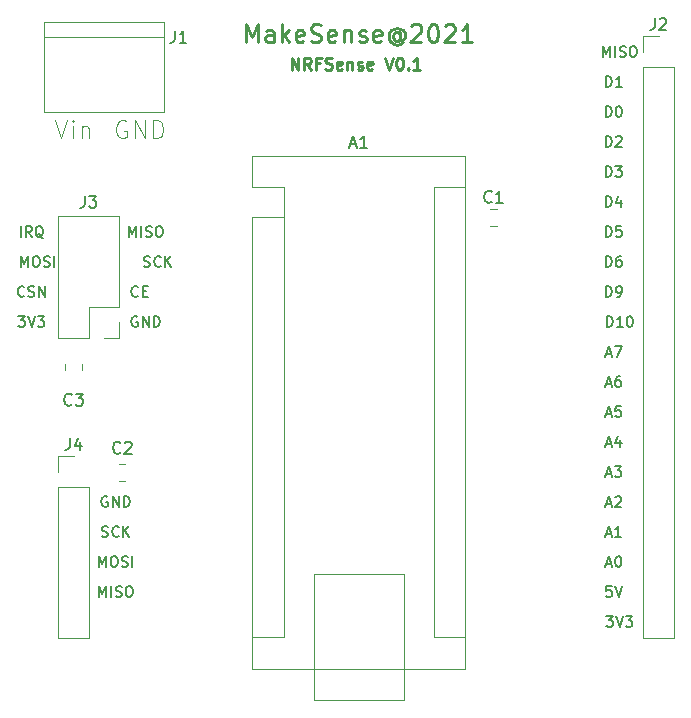
<source format=gbr>
%TF.GenerationSoftware,KiCad,Pcbnew,(5.1.10)-1*%
%TF.CreationDate,2021-07-29T09:59:01+03:00*%
%TF.ProjectId,YevgeniK,59657667-656e-4694-9b2e-6b696361645f,rev?*%
%TF.SameCoordinates,Original*%
%TF.FileFunction,Legend,Top*%
%TF.FilePolarity,Positive*%
%FSLAX46Y46*%
G04 Gerber Fmt 4.6, Leading zero omitted, Abs format (unit mm)*
G04 Created by KiCad (PCBNEW (5.1.10)-1) date 2021-07-29 09:59:01*
%MOMM*%
%LPD*%
G01*
G04 APERTURE LIST*
%ADD10C,0.120000*%
%ADD11C,0.200000*%
%ADD12C,0.100000*%
%ADD13C,0.250000*%
%ADD14C,0.150000*%
G04 APERTURE END LIST*
D10*
X170180000Y-131064000D02*
X162560000Y-131064000D01*
X170180000Y-120396000D02*
X170180000Y-131064000D01*
X162560000Y-120396000D02*
X170180000Y-120396000D01*
X162560000Y-131064000D02*
X162560000Y-120396000D01*
D11*
X187353714Y-123967142D02*
X187910857Y-123967142D01*
X187610857Y-124310000D01*
X187739428Y-124310000D01*
X187825142Y-124352857D01*
X187868000Y-124395714D01*
X187910857Y-124481428D01*
X187910857Y-124695714D01*
X187868000Y-124781428D01*
X187825142Y-124824285D01*
X187739428Y-124867142D01*
X187482285Y-124867142D01*
X187396571Y-124824285D01*
X187353714Y-124781428D01*
X188168000Y-123967142D02*
X188468000Y-124867142D01*
X188768000Y-123967142D01*
X188982285Y-123967142D02*
X189539428Y-123967142D01*
X189239428Y-124310000D01*
X189368000Y-124310000D01*
X189453714Y-124352857D01*
X189496571Y-124395714D01*
X189539428Y-124481428D01*
X189539428Y-124695714D01*
X189496571Y-124781428D01*
X189453714Y-124824285D01*
X189368000Y-124867142D01*
X189110857Y-124867142D01*
X189025142Y-124824285D01*
X188982285Y-124781428D01*
X187788571Y-121427142D02*
X187360000Y-121427142D01*
X187317142Y-121855714D01*
X187360000Y-121812857D01*
X187445714Y-121770000D01*
X187660000Y-121770000D01*
X187745714Y-121812857D01*
X187788571Y-121855714D01*
X187831428Y-121941428D01*
X187831428Y-122155714D01*
X187788571Y-122241428D01*
X187745714Y-122284285D01*
X187660000Y-122327142D01*
X187445714Y-122327142D01*
X187360000Y-122284285D01*
X187317142Y-122241428D01*
X188088571Y-121427142D02*
X188388571Y-122327142D01*
X188688571Y-121427142D01*
X187317142Y-119530000D02*
X187745714Y-119530000D01*
X187231428Y-119787142D02*
X187531428Y-118887142D01*
X187831428Y-119787142D01*
X188302857Y-118887142D02*
X188388571Y-118887142D01*
X188474285Y-118930000D01*
X188517142Y-118972857D01*
X188560000Y-119058571D01*
X188602857Y-119230000D01*
X188602857Y-119444285D01*
X188560000Y-119615714D01*
X188517142Y-119701428D01*
X188474285Y-119744285D01*
X188388571Y-119787142D01*
X188302857Y-119787142D01*
X188217142Y-119744285D01*
X188174285Y-119701428D01*
X188131428Y-119615714D01*
X188088571Y-119444285D01*
X188088571Y-119230000D01*
X188131428Y-119058571D01*
X188174285Y-118972857D01*
X188217142Y-118930000D01*
X188302857Y-118887142D01*
X187317142Y-116990000D02*
X187745714Y-116990000D01*
X187231428Y-117247142D02*
X187531428Y-116347142D01*
X187831428Y-117247142D01*
X188602857Y-117247142D02*
X188088571Y-117247142D01*
X188345714Y-117247142D02*
X188345714Y-116347142D01*
X188260000Y-116475714D01*
X188174285Y-116561428D01*
X188088571Y-116604285D01*
X187317142Y-114450000D02*
X187745714Y-114450000D01*
X187231428Y-114707142D02*
X187531428Y-113807142D01*
X187831428Y-114707142D01*
X188088571Y-113892857D02*
X188131428Y-113850000D01*
X188217142Y-113807142D01*
X188431428Y-113807142D01*
X188517142Y-113850000D01*
X188560000Y-113892857D01*
X188602857Y-113978571D01*
X188602857Y-114064285D01*
X188560000Y-114192857D01*
X188045714Y-114707142D01*
X188602857Y-114707142D01*
X187317142Y-111910000D02*
X187745714Y-111910000D01*
X187231428Y-112167142D02*
X187531428Y-111267142D01*
X187831428Y-112167142D01*
X188045714Y-111267142D02*
X188602857Y-111267142D01*
X188302857Y-111610000D01*
X188431428Y-111610000D01*
X188517142Y-111652857D01*
X188560000Y-111695714D01*
X188602857Y-111781428D01*
X188602857Y-111995714D01*
X188560000Y-112081428D01*
X188517142Y-112124285D01*
X188431428Y-112167142D01*
X188174285Y-112167142D01*
X188088571Y-112124285D01*
X188045714Y-112081428D01*
X187317142Y-109370000D02*
X187745714Y-109370000D01*
X187231428Y-109627142D02*
X187531428Y-108727142D01*
X187831428Y-109627142D01*
X188517142Y-109027142D02*
X188517142Y-109627142D01*
X188302857Y-108684285D02*
X188088571Y-109327142D01*
X188645714Y-109327142D01*
X187317142Y-106830000D02*
X187745714Y-106830000D01*
X187231428Y-107087142D02*
X187531428Y-106187142D01*
X187831428Y-107087142D01*
X188560000Y-106187142D02*
X188131428Y-106187142D01*
X188088571Y-106615714D01*
X188131428Y-106572857D01*
X188217142Y-106530000D01*
X188431428Y-106530000D01*
X188517142Y-106572857D01*
X188560000Y-106615714D01*
X188602857Y-106701428D01*
X188602857Y-106915714D01*
X188560000Y-107001428D01*
X188517142Y-107044285D01*
X188431428Y-107087142D01*
X188217142Y-107087142D01*
X188131428Y-107044285D01*
X188088571Y-107001428D01*
X187317142Y-104290000D02*
X187745714Y-104290000D01*
X187231428Y-104547142D02*
X187531428Y-103647142D01*
X187831428Y-104547142D01*
X188517142Y-103647142D02*
X188345714Y-103647142D01*
X188260000Y-103690000D01*
X188217142Y-103732857D01*
X188131428Y-103861428D01*
X188088571Y-104032857D01*
X188088571Y-104375714D01*
X188131428Y-104461428D01*
X188174285Y-104504285D01*
X188260000Y-104547142D01*
X188431428Y-104547142D01*
X188517142Y-104504285D01*
X188560000Y-104461428D01*
X188602857Y-104375714D01*
X188602857Y-104161428D01*
X188560000Y-104075714D01*
X188517142Y-104032857D01*
X188431428Y-103990000D01*
X188260000Y-103990000D01*
X188174285Y-104032857D01*
X188131428Y-104075714D01*
X188088571Y-104161428D01*
X187317142Y-101750000D02*
X187745714Y-101750000D01*
X187231428Y-102007142D02*
X187531428Y-101107142D01*
X187831428Y-102007142D01*
X188045714Y-101107142D02*
X188645714Y-101107142D01*
X188260000Y-102007142D01*
X187375142Y-99467142D02*
X187375142Y-98567142D01*
X187589428Y-98567142D01*
X187718000Y-98610000D01*
X187803714Y-98695714D01*
X187846571Y-98781428D01*
X187889428Y-98952857D01*
X187889428Y-99081428D01*
X187846571Y-99252857D01*
X187803714Y-99338571D01*
X187718000Y-99424285D01*
X187589428Y-99467142D01*
X187375142Y-99467142D01*
X188746571Y-99467142D02*
X188232285Y-99467142D01*
X188489428Y-99467142D02*
X188489428Y-98567142D01*
X188403714Y-98695714D01*
X188318000Y-98781428D01*
X188232285Y-98824285D01*
X189303714Y-98567142D02*
X189389428Y-98567142D01*
X189475142Y-98610000D01*
X189518000Y-98652857D01*
X189560857Y-98738571D01*
X189603714Y-98910000D01*
X189603714Y-99124285D01*
X189560857Y-99295714D01*
X189518000Y-99381428D01*
X189475142Y-99424285D01*
X189389428Y-99467142D01*
X189303714Y-99467142D01*
X189218000Y-99424285D01*
X189175142Y-99381428D01*
X189132285Y-99295714D01*
X189089428Y-99124285D01*
X189089428Y-98910000D01*
X189132285Y-98738571D01*
X189175142Y-98652857D01*
X189218000Y-98610000D01*
X189303714Y-98567142D01*
X187295714Y-96927142D02*
X187295714Y-96027142D01*
X187510000Y-96027142D01*
X187638571Y-96070000D01*
X187724285Y-96155714D01*
X187767142Y-96241428D01*
X187810000Y-96412857D01*
X187810000Y-96541428D01*
X187767142Y-96712857D01*
X187724285Y-96798571D01*
X187638571Y-96884285D01*
X187510000Y-96927142D01*
X187295714Y-96927142D01*
X188238571Y-96927142D02*
X188410000Y-96927142D01*
X188495714Y-96884285D01*
X188538571Y-96841428D01*
X188624285Y-96712857D01*
X188667142Y-96541428D01*
X188667142Y-96198571D01*
X188624285Y-96112857D01*
X188581428Y-96070000D01*
X188495714Y-96027142D01*
X188324285Y-96027142D01*
X188238571Y-96070000D01*
X188195714Y-96112857D01*
X188152857Y-96198571D01*
X188152857Y-96412857D01*
X188195714Y-96498571D01*
X188238571Y-96541428D01*
X188324285Y-96584285D01*
X188495714Y-96584285D01*
X188581428Y-96541428D01*
X188624285Y-96498571D01*
X188667142Y-96412857D01*
X187295714Y-94387142D02*
X187295714Y-93487142D01*
X187510000Y-93487142D01*
X187638571Y-93530000D01*
X187724285Y-93615714D01*
X187767142Y-93701428D01*
X187810000Y-93872857D01*
X187810000Y-94001428D01*
X187767142Y-94172857D01*
X187724285Y-94258571D01*
X187638571Y-94344285D01*
X187510000Y-94387142D01*
X187295714Y-94387142D01*
X188581428Y-93487142D02*
X188410000Y-93487142D01*
X188324285Y-93530000D01*
X188281428Y-93572857D01*
X188195714Y-93701428D01*
X188152857Y-93872857D01*
X188152857Y-94215714D01*
X188195714Y-94301428D01*
X188238571Y-94344285D01*
X188324285Y-94387142D01*
X188495714Y-94387142D01*
X188581428Y-94344285D01*
X188624285Y-94301428D01*
X188667142Y-94215714D01*
X188667142Y-94001428D01*
X188624285Y-93915714D01*
X188581428Y-93872857D01*
X188495714Y-93830000D01*
X188324285Y-93830000D01*
X188238571Y-93872857D01*
X188195714Y-93915714D01*
X188152857Y-94001428D01*
X187295714Y-91847142D02*
X187295714Y-90947142D01*
X187510000Y-90947142D01*
X187638571Y-90990000D01*
X187724285Y-91075714D01*
X187767142Y-91161428D01*
X187810000Y-91332857D01*
X187810000Y-91461428D01*
X187767142Y-91632857D01*
X187724285Y-91718571D01*
X187638571Y-91804285D01*
X187510000Y-91847142D01*
X187295714Y-91847142D01*
X188624285Y-90947142D02*
X188195714Y-90947142D01*
X188152857Y-91375714D01*
X188195714Y-91332857D01*
X188281428Y-91290000D01*
X188495714Y-91290000D01*
X188581428Y-91332857D01*
X188624285Y-91375714D01*
X188667142Y-91461428D01*
X188667142Y-91675714D01*
X188624285Y-91761428D01*
X188581428Y-91804285D01*
X188495714Y-91847142D01*
X188281428Y-91847142D01*
X188195714Y-91804285D01*
X188152857Y-91761428D01*
X187295714Y-89307142D02*
X187295714Y-88407142D01*
X187510000Y-88407142D01*
X187638571Y-88450000D01*
X187724285Y-88535714D01*
X187767142Y-88621428D01*
X187810000Y-88792857D01*
X187810000Y-88921428D01*
X187767142Y-89092857D01*
X187724285Y-89178571D01*
X187638571Y-89264285D01*
X187510000Y-89307142D01*
X187295714Y-89307142D01*
X188581428Y-88707142D02*
X188581428Y-89307142D01*
X188367142Y-88364285D02*
X188152857Y-89007142D01*
X188710000Y-89007142D01*
X187295714Y-86767142D02*
X187295714Y-85867142D01*
X187510000Y-85867142D01*
X187638571Y-85910000D01*
X187724285Y-85995714D01*
X187767142Y-86081428D01*
X187810000Y-86252857D01*
X187810000Y-86381428D01*
X187767142Y-86552857D01*
X187724285Y-86638571D01*
X187638571Y-86724285D01*
X187510000Y-86767142D01*
X187295714Y-86767142D01*
X188110000Y-85867142D02*
X188667142Y-85867142D01*
X188367142Y-86210000D01*
X188495714Y-86210000D01*
X188581428Y-86252857D01*
X188624285Y-86295714D01*
X188667142Y-86381428D01*
X188667142Y-86595714D01*
X188624285Y-86681428D01*
X188581428Y-86724285D01*
X188495714Y-86767142D01*
X188238571Y-86767142D01*
X188152857Y-86724285D01*
X188110000Y-86681428D01*
X187295714Y-84227142D02*
X187295714Y-83327142D01*
X187510000Y-83327142D01*
X187638571Y-83370000D01*
X187724285Y-83455714D01*
X187767142Y-83541428D01*
X187810000Y-83712857D01*
X187810000Y-83841428D01*
X187767142Y-84012857D01*
X187724285Y-84098571D01*
X187638571Y-84184285D01*
X187510000Y-84227142D01*
X187295714Y-84227142D01*
X188152857Y-83412857D02*
X188195714Y-83370000D01*
X188281428Y-83327142D01*
X188495714Y-83327142D01*
X188581428Y-83370000D01*
X188624285Y-83412857D01*
X188667142Y-83498571D01*
X188667142Y-83584285D01*
X188624285Y-83712857D01*
X188110000Y-84227142D01*
X188667142Y-84227142D01*
X187295714Y-81687142D02*
X187295714Y-80787142D01*
X187510000Y-80787142D01*
X187638571Y-80830000D01*
X187724285Y-80915714D01*
X187767142Y-81001428D01*
X187810000Y-81172857D01*
X187810000Y-81301428D01*
X187767142Y-81472857D01*
X187724285Y-81558571D01*
X187638571Y-81644285D01*
X187510000Y-81687142D01*
X187295714Y-81687142D01*
X188367142Y-80787142D02*
X188452857Y-80787142D01*
X188538571Y-80830000D01*
X188581428Y-80872857D01*
X188624285Y-80958571D01*
X188667142Y-81130000D01*
X188667142Y-81344285D01*
X188624285Y-81515714D01*
X188581428Y-81601428D01*
X188538571Y-81644285D01*
X188452857Y-81687142D01*
X188367142Y-81687142D01*
X188281428Y-81644285D01*
X188238571Y-81601428D01*
X188195714Y-81515714D01*
X188152857Y-81344285D01*
X188152857Y-81130000D01*
X188195714Y-80958571D01*
X188238571Y-80872857D01*
X188281428Y-80830000D01*
X188367142Y-80787142D01*
X187295714Y-79147142D02*
X187295714Y-78247142D01*
X187510000Y-78247142D01*
X187638571Y-78290000D01*
X187724285Y-78375714D01*
X187767142Y-78461428D01*
X187810000Y-78632857D01*
X187810000Y-78761428D01*
X187767142Y-78932857D01*
X187724285Y-79018571D01*
X187638571Y-79104285D01*
X187510000Y-79147142D01*
X187295714Y-79147142D01*
X188667142Y-79147142D02*
X188152857Y-79147142D01*
X188410000Y-79147142D02*
X188410000Y-78247142D01*
X188324285Y-78375714D01*
X188238571Y-78461428D01*
X188152857Y-78504285D01*
X187053714Y-76607142D02*
X187053714Y-75707142D01*
X187353714Y-76350000D01*
X187653714Y-75707142D01*
X187653714Y-76607142D01*
X188082285Y-76607142D02*
X188082285Y-75707142D01*
X188468000Y-76564285D02*
X188596571Y-76607142D01*
X188810857Y-76607142D01*
X188896571Y-76564285D01*
X188939428Y-76521428D01*
X188982285Y-76435714D01*
X188982285Y-76350000D01*
X188939428Y-76264285D01*
X188896571Y-76221428D01*
X188810857Y-76178571D01*
X188639428Y-76135714D01*
X188553714Y-76092857D01*
X188510857Y-76050000D01*
X188468000Y-75964285D01*
X188468000Y-75878571D01*
X188510857Y-75792857D01*
X188553714Y-75750000D01*
X188639428Y-75707142D01*
X188853714Y-75707142D01*
X188982285Y-75750000D01*
X189539428Y-75707142D02*
X189710857Y-75707142D01*
X189796571Y-75750000D01*
X189882285Y-75835714D01*
X189925142Y-76007142D01*
X189925142Y-76307142D01*
X189882285Y-76478571D01*
X189796571Y-76564285D01*
X189710857Y-76607142D01*
X189539428Y-76607142D01*
X189453714Y-76564285D01*
X189368000Y-76478571D01*
X189325142Y-76307142D01*
X189325142Y-76007142D01*
X189368000Y-75835714D01*
X189453714Y-75750000D01*
X189539428Y-75707142D01*
X144381714Y-122327142D02*
X144381714Y-121427142D01*
X144681714Y-122070000D01*
X144981714Y-121427142D01*
X144981714Y-122327142D01*
X145410285Y-122327142D02*
X145410285Y-121427142D01*
X145796000Y-122284285D02*
X145924571Y-122327142D01*
X146138857Y-122327142D01*
X146224571Y-122284285D01*
X146267428Y-122241428D01*
X146310285Y-122155714D01*
X146310285Y-122070000D01*
X146267428Y-121984285D01*
X146224571Y-121941428D01*
X146138857Y-121898571D01*
X145967428Y-121855714D01*
X145881714Y-121812857D01*
X145838857Y-121770000D01*
X145796000Y-121684285D01*
X145796000Y-121598571D01*
X145838857Y-121512857D01*
X145881714Y-121470000D01*
X145967428Y-121427142D01*
X146181714Y-121427142D01*
X146310285Y-121470000D01*
X146867428Y-121427142D02*
X147038857Y-121427142D01*
X147124571Y-121470000D01*
X147210285Y-121555714D01*
X147253142Y-121727142D01*
X147253142Y-122027142D01*
X147210285Y-122198571D01*
X147124571Y-122284285D01*
X147038857Y-122327142D01*
X146867428Y-122327142D01*
X146781714Y-122284285D01*
X146696000Y-122198571D01*
X146653142Y-122027142D01*
X146653142Y-121727142D01*
X146696000Y-121555714D01*
X146781714Y-121470000D01*
X146867428Y-121427142D01*
X144381714Y-119787142D02*
X144381714Y-118887142D01*
X144681714Y-119530000D01*
X144981714Y-118887142D01*
X144981714Y-119787142D01*
X145581714Y-118887142D02*
X145753142Y-118887142D01*
X145838857Y-118930000D01*
X145924571Y-119015714D01*
X145967428Y-119187142D01*
X145967428Y-119487142D01*
X145924571Y-119658571D01*
X145838857Y-119744285D01*
X145753142Y-119787142D01*
X145581714Y-119787142D01*
X145496000Y-119744285D01*
X145410285Y-119658571D01*
X145367428Y-119487142D01*
X145367428Y-119187142D01*
X145410285Y-119015714D01*
X145496000Y-118930000D01*
X145581714Y-118887142D01*
X146310285Y-119744285D02*
X146438857Y-119787142D01*
X146653142Y-119787142D01*
X146738857Y-119744285D01*
X146781714Y-119701428D01*
X146824571Y-119615714D01*
X146824571Y-119530000D01*
X146781714Y-119444285D01*
X146738857Y-119401428D01*
X146653142Y-119358571D01*
X146481714Y-119315714D01*
X146396000Y-119272857D01*
X146353142Y-119230000D01*
X146310285Y-119144285D01*
X146310285Y-119058571D01*
X146353142Y-118972857D01*
X146396000Y-118930000D01*
X146481714Y-118887142D01*
X146696000Y-118887142D01*
X146824571Y-118930000D01*
X147210285Y-119787142D02*
X147210285Y-118887142D01*
X144638857Y-117204285D02*
X144767428Y-117247142D01*
X144981714Y-117247142D01*
X145067428Y-117204285D01*
X145110285Y-117161428D01*
X145153142Y-117075714D01*
X145153142Y-116990000D01*
X145110285Y-116904285D01*
X145067428Y-116861428D01*
X144981714Y-116818571D01*
X144810285Y-116775714D01*
X144724571Y-116732857D01*
X144681714Y-116690000D01*
X144638857Y-116604285D01*
X144638857Y-116518571D01*
X144681714Y-116432857D01*
X144724571Y-116390000D01*
X144810285Y-116347142D01*
X145024571Y-116347142D01*
X145153142Y-116390000D01*
X146053142Y-117161428D02*
X146010285Y-117204285D01*
X145881714Y-117247142D01*
X145796000Y-117247142D01*
X145667428Y-117204285D01*
X145581714Y-117118571D01*
X145538857Y-117032857D01*
X145496000Y-116861428D01*
X145496000Y-116732857D01*
X145538857Y-116561428D01*
X145581714Y-116475714D01*
X145667428Y-116390000D01*
X145796000Y-116347142D01*
X145881714Y-116347142D01*
X146010285Y-116390000D01*
X146053142Y-116432857D01*
X146438857Y-117247142D02*
X146438857Y-116347142D01*
X146953142Y-117247142D02*
X146567428Y-116732857D01*
X146953142Y-116347142D02*
X146438857Y-116861428D01*
X145110285Y-113850000D02*
X145024571Y-113807142D01*
X144896000Y-113807142D01*
X144767428Y-113850000D01*
X144681714Y-113935714D01*
X144638857Y-114021428D01*
X144596000Y-114192857D01*
X144596000Y-114321428D01*
X144638857Y-114492857D01*
X144681714Y-114578571D01*
X144767428Y-114664285D01*
X144896000Y-114707142D01*
X144981714Y-114707142D01*
X145110285Y-114664285D01*
X145153142Y-114621428D01*
X145153142Y-114321428D01*
X144981714Y-114321428D01*
X145538857Y-114707142D02*
X145538857Y-113807142D01*
X146053142Y-114707142D01*
X146053142Y-113807142D01*
X146481714Y-114707142D02*
X146481714Y-113807142D01*
X146696000Y-113807142D01*
X146824571Y-113850000D01*
X146910285Y-113935714D01*
X146953142Y-114021428D01*
X146996000Y-114192857D01*
X146996000Y-114321428D01*
X146953142Y-114492857D01*
X146910285Y-114578571D01*
X146824571Y-114664285D01*
X146696000Y-114707142D01*
X146481714Y-114707142D01*
X148194857Y-94344285D02*
X148323428Y-94387142D01*
X148537714Y-94387142D01*
X148623428Y-94344285D01*
X148666285Y-94301428D01*
X148709142Y-94215714D01*
X148709142Y-94130000D01*
X148666285Y-94044285D01*
X148623428Y-94001428D01*
X148537714Y-93958571D01*
X148366285Y-93915714D01*
X148280571Y-93872857D01*
X148237714Y-93830000D01*
X148194857Y-93744285D01*
X148194857Y-93658571D01*
X148237714Y-93572857D01*
X148280571Y-93530000D01*
X148366285Y-93487142D01*
X148580571Y-93487142D01*
X148709142Y-93530000D01*
X149609142Y-94301428D02*
X149566285Y-94344285D01*
X149437714Y-94387142D01*
X149352000Y-94387142D01*
X149223428Y-94344285D01*
X149137714Y-94258571D01*
X149094857Y-94172857D01*
X149052000Y-94001428D01*
X149052000Y-93872857D01*
X149094857Y-93701428D01*
X149137714Y-93615714D01*
X149223428Y-93530000D01*
X149352000Y-93487142D01*
X149437714Y-93487142D01*
X149566285Y-93530000D01*
X149609142Y-93572857D01*
X149994857Y-94387142D02*
X149994857Y-93487142D01*
X150509142Y-94387142D02*
X150123428Y-93872857D01*
X150509142Y-93487142D02*
X149994857Y-94001428D01*
X147650285Y-98610000D02*
X147564571Y-98567142D01*
X147436000Y-98567142D01*
X147307428Y-98610000D01*
X147221714Y-98695714D01*
X147178857Y-98781428D01*
X147136000Y-98952857D01*
X147136000Y-99081428D01*
X147178857Y-99252857D01*
X147221714Y-99338571D01*
X147307428Y-99424285D01*
X147436000Y-99467142D01*
X147521714Y-99467142D01*
X147650285Y-99424285D01*
X147693142Y-99381428D01*
X147693142Y-99081428D01*
X147521714Y-99081428D01*
X148078857Y-99467142D02*
X148078857Y-98567142D01*
X148593142Y-99467142D01*
X148593142Y-98567142D01*
X149021714Y-99467142D02*
X149021714Y-98567142D01*
X149236000Y-98567142D01*
X149364571Y-98610000D01*
X149450285Y-98695714D01*
X149493142Y-98781428D01*
X149536000Y-98952857D01*
X149536000Y-99081428D01*
X149493142Y-99252857D01*
X149450285Y-99338571D01*
X149364571Y-99424285D01*
X149236000Y-99467142D01*
X149021714Y-99467142D01*
X147699428Y-96841428D02*
X147656571Y-96884285D01*
X147528000Y-96927142D01*
X147442285Y-96927142D01*
X147313714Y-96884285D01*
X147228000Y-96798571D01*
X147185142Y-96712857D01*
X147142285Y-96541428D01*
X147142285Y-96412857D01*
X147185142Y-96241428D01*
X147228000Y-96155714D01*
X147313714Y-96070000D01*
X147442285Y-96027142D01*
X147528000Y-96027142D01*
X147656571Y-96070000D01*
X147699428Y-96112857D01*
X148085142Y-96455714D02*
X148385142Y-96455714D01*
X148513714Y-96927142D02*
X148085142Y-96927142D01*
X148085142Y-96027142D01*
X148513714Y-96027142D01*
X146921714Y-91847142D02*
X146921714Y-90947142D01*
X147221714Y-91590000D01*
X147521714Y-90947142D01*
X147521714Y-91847142D01*
X147950285Y-91847142D02*
X147950285Y-90947142D01*
X148336000Y-91804285D02*
X148464571Y-91847142D01*
X148678857Y-91847142D01*
X148764571Y-91804285D01*
X148807428Y-91761428D01*
X148850285Y-91675714D01*
X148850285Y-91590000D01*
X148807428Y-91504285D01*
X148764571Y-91461428D01*
X148678857Y-91418571D01*
X148507428Y-91375714D01*
X148421714Y-91332857D01*
X148378857Y-91290000D01*
X148336000Y-91204285D01*
X148336000Y-91118571D01*
X148378857Y-91032857D01*
X148421714Y-90990000D01*
X148507428Y-90947142D01*
X148721714Y-90947142D01*
X148850285Y-90990000D01*
X149407428Y-90947142D02*
X149578857Y-90947142D01*
X149664571Y-90990000D01*
X149750285Y-91075714D01*
X149793142Y-91247142D01*
X149793142Y-91547142D01*
X149750285Y-91718571D01*
X149664571Y-91804285D01*
X149578857Y-91847142D01*
X149407428Y-91847142D01*
X149321714Y-91804285D01*
X149236000Y-91718571D01*
X149193142Y-91547142D01*
X149193142Y-91247142D01*
X149236000Y-91075714D01*
X149321714Y-90990000D01*
X149407428Y-90947142D01*
X137569714Y-98567142D02*
X138126857Y-98567142D01*
X137826857Y-98910000D01*
X137955428Y-98910000D01*
X138041142Y-98952857D01*
X138084000Y-98995714D01*
X138126857Y-99081428D01*
X138126857Y-99295714D01*
X138084000Y-99381428D01*
X138041142Y-99424285D01*
X137955428Y-99467142D01*
X137698285Y-99467142D01*
X137612571Y-99424285D01*
X137569714Y-99381428D01*
X138384000Y-98567142D02*
X138684000Y-99467142D01*
X138984000Y-98567142D01*
X139198285Y-98567142D02*
X139755428Y-98567142D01*
X139455428Y-98910000D01*
X139584000Y-98910000D01*
X139669714Y-98952857D01*
X139712571Y-98995714D01*
X139755428Y-99081428D01*
X139755428Y-99295714D01*
X139712571Y-99381428D01*
X139669714Y-99424285D01*
X139584000Y-99467142D01*
X139326857Y-99467142D01*
X139241142Y-99424285D01*
X139198285Y-99381428D01*
X138062571Y-96841428D02*
X138019714Y-96884285D01*
X137891142Y-96927142D01*
X137805428Y-96927142D01*
X137676857Y-96884285D01*
X137591142Y-96798571D01*
X137548285Y-96712857D01*
X137505428Y-96541428D01*
X137505428Y-96412857D01*
X137548285Y-96241428D01*
X137591142Y-96155714D01*
X137676857Y-96070000D01*
X137805428Y-96027142D01*
X137891142Y-96027142D01*
X138019714Y-96070000D01*
X138062571Y-96112857D01*
X138405428Y-96884285D02*
X138534000Y-96927142D01*
X138748285Y-96927142D01*
X138834000Y-96884285D01*
X138876857Y-96841428D01*
X138919714Y-96755714D01*
X138919714Y-96670000D01*
X138876857Y-96584285D01*
X138834000Y-96541428D01*
X138748285Y-96498571D01*
X138576857Y-96455714D01*
X138491142Y-96412857D01*
X138448285Y-96370000D01*
X138405428Y-96284285D01*
X138405428Y-96198571D01*
X138448285Y-96112857D01*
X138491142Y-96070000D01*
X138576857Y-96027142D01*
X138791142Y-96027142D01*
X138919714Y-96070000D01*
X139305428Y-96927142D02*
X139305428Y-96027142D01*
X139819714Y-96927142D01*
X139819714Y-96027142D01*
X137762571Y-91847142D02*
X137762571Y-90947142D01*
X138705428Y-91847142D02*
X138405428Y-91418571D01*
X138191142Y-91847142D02*
X138191142Y-90947142D01*
X138534000Y-90947142D01*
X138619714Y-90990000D01*
X138662571Y-91032857D01*
X138705428Y-91118571D01*
X138705428Y-91247142D01*
X138662571Y-91332857D01*
X138619714Y-91375714D01*
X138534000Y-91418571D01*
X138191142Y-91418571D01*
X139691142Y-91932857D02*
X139605428Y-91890000D01*
X139519714Y-91804285D01*
X139391142Y-91675714D01*
X139305428Y-91632857D01*
X139219714Y-91632857D01*
X139262571Y-91847142D02*
X139176857Y-91804285D01*
X139091142Y-91718571D01*
X139048285Y-91547142D01*
X139048285Y-91247142D01*
X139091142Y-91075714D01*
X139176857Y-90990000D01*
X139262571Y-90947142D01*
X139434000Y-90947142D01*
X139519714Y-90990000D01*
X139605428Y-91075714D01*
X139648285Y-91247142D01*
X139648285Y-91547142D01*
X139605428Y-91718571D01*
X139519714Y-91804285D01*
X139434000Y-91847142D01*
X139262571Y-91847142D01*
X137777714Y-94387142D02*
X137777714Y-93487142D01*
X138077714Y-94130000D01*
X138377714Y-93487142D01*
X138377714Y-94387142D01*
X138977714Y-93487142D02*
X139149142Y-93487142D01*
X139234857Y-93530000D01*
X139320571Y-93615714D01*
X139363428Y-93787142D01*
X139363428Y-94087142D01*
X139320571Y-94258571D01*
X139234857Y-94344285D01*
X139149142Y-94387142D01*
X138977714Y-94387142D01*
X138892000Y-94344285D01*
X138806285Y-94258571D01*
X138763428Y-94087142D01*
X138763428Y-93787142D01*
X138806285Y-93615714D01*
X138892000Y-93530000D01*
X138977714Y-93487142D01*
X139706285Y-94344285D02*
X139834857Y-94387142D01*
X140049142Y-94387142D01*
X140134857Y-94344285D01*
X140177714Y-94301428D01*
X140220571Y-94215714D01*
X140220571Y-94130000D01*
X140177714Y-94044285D01*
X140134857Y-94001428D01*
X140049142Y-93958571D01*
X139877714Y-93915714D01*
X139792000Y-93872857D01*
X139749142Y-93830000D01*
X139706285Y-93744285D01*
X139706285Y-93658571D01*
X139749142Y-93572857D01*
X139792000Y-93530000D01*
X139877714Y-93487142D01*
X140092000Y-93487142D01*
X140220571Y-93530000D01*
X140606285Y-94387142D02*
X140606285Y-93487142D01*
D12*
X146685142Y-82054000D02*
X146542285Y-81982571D01*
X146328000Y-81982571D01*
X146113714Y-82054000D01*
X145970857Y-82196857D01*
X145899428Y-82339714D01*
X145828000Y-82625428D01*
X145828000Y-82839714D01*
X145899428Y-83125428D01*
X145970857Y-83268285D01*
X146113714Y-83411142D01*
X146328000Y-83482571D01*
X146470857Y-83482571D01*
X146685142Y-83411142D01*
X146756571Y-83339714D01*
X146756571Y-82839714D01*
X146470857Y-82839714D01*
X147399428Y-83482571D02*
X147399428Y-81982571D01*
X148256571Y-83482571D01*
X148256571Y-81982571D01*
X148970857Y-83482571D02*
X148970857Y-81982571D01*
X149328000Y-81982571D01*
X149542285Y-82054000D01*
X149685142Y-82196857D01*
X149756571Y-82339714D01*
X149828000Y-82625428D01*
X149828000Y-82839714D01*
X149756571Y-83125428D01*
X149685142Y-83268285D01*
X149542285Y-83411142D01*
X149328000Y-83482571D01*
X148970857Y-83482571D01*
D13*
X160711238Y-77668380D02*
X160711238Y-76668380D01*
X161282666Y-77668380D01*
X161282666Y-76668380D01*
X162330285Y-77668380D02*
X161996952Y-77192190D01*
X161758857Y-77668380D02*
X161758857Y-76668380D01*
X162139809Y-76668380D01*
X162235047Y-76716000D01*
X162282666Y-76763619D01*
X162330285Y-76858857D01*
X162330285Y-77001714D01*
X162282666Y-77096952D01*
X162235047Y-77144571D01*
X162139809Y-77192190D01*
X161758857Y-77192190D01*
X163092190Y-77144571D02*
X162758857Y-77144571D01*
X162758857Y-77668380D02*
X162758857Y-76668380D01*
X163235047Y-76668380D01*
X163568380Y-77620761D02*
X163711238Y-77668380D01*
X163949333Y-77668380D01*
X164044571Y-77620761D01*
X164092190Y-77573142D01*
X164139809Y-77477904D01*
X164139809Y-77382666D01*
X164092190Y-77287428D01*
X164044571Y-77239809D01*
X163949333Y-77192190D01*
X163758857Y-77144571D01*
X163663619Y-77096952D01*
X163616000Y-77049333D01*
X163568380Y-76954095D01*
X163568380Y-76858857D01*
X163616000Y-76763619D01*
X163663619Y-76716000D01*
X163758857Y-76668380D01*
X163996952Y-76668380D01*
X164139809Y-76716000D01*
X164949333Y-77620761D02*
X164854095Y-77668380D01*
X164663619Y-77668380D01*
X164568380Y-77620761D01*
X164520761Y-77525523D01*
X164520761Y-77144571D01*
X164568380Y-77049333D01*
X164663619Y-77001714D01*
X164854095Y-77001714D01*
X164949333Y-77049333D01*
X164996952Y-77144571D01*
X164996952Y-77239809D01*
X164520761Y-77335047D01*
X165425523Y-77001714D02*
X165425523Y-77668380D01*
X165425523Y-77096952D02*
X165473142Y-77049333D01*
X165568380Y-77001714D01*
X165711238Y-77001714D01*
X165806476Y-77049333D01*
X165854095Y-77144571D01*
X165854095Y-77668380D01*
X166282666Y-77620761D02*
X166377904Y-77668380D01*
X166568380Y-77668380D01*
X166663619Y-77620761D01*
X166711238Y-77525523D01*
X166711238Y-77477904D01*
X166663619Y-77382666D01*
X166568380Y-77335047D01*
X166425523Y-77335047D01*
X166330285Y-77287428D01*
X166282666Y-77192190D01*
X166282666Y-77144571D01*
X166330285Y-77049333D01*
X166425523Y-77001714D01*
X166568380Y-77001714D01*
X166663619Y-77049333D01*
X167520761Y-77620761D02*
X167425523Y-77668380D01*
X167235047Y-77668380D01*
X167139809Y-77620761D01*
X167092190Y-77525523D01*
X167092190Y-77144571D01*
X167139809Y-77049333D01*
X167235047Y-77001714D01*
X167425523Y-77001714D01*
X167520761Y-77049333D01*
X167568380Y-77144571D01*
X167568380Y-77239809D01*
X167092190Y-77335047D01*
X168616000Y-76668380D02*
X168949333Y-77668380D01*
X169282666Y-76668380D01*
X169806476Y-76668380D02*
X169901714Y-76668380D01*
X169996952Y-76716000D01*
X170044571Y-76763619D01*
X170092190Y-76858857D01*
X170139809Y-77049333D01*
X170139809Y-77287428D01*
X170092190Y-77477904D01*
X170044571Y-77573142D01*
X169996952Y-77620761D01*
X169901714Y-77668380D01*
X169806476Y-77668380D01*
X169711238Y-77620761D01*
X169663619Y-77573142D01*
X169616000Y-77477904D01*
X169568380Y-77287428D01*
X169568380Y-77049333D01*
X169616000Y-76858857D01*
X169663619Y-76763619D01*
X169711238Y-76716000D01*
X169806476Y-76668380D01*
X170568380Y-77573142D02*
X170616000Y-77620761D01*
X170568380Y-77668380D01*
X170520761Y-77620761D01*
X170568380Y-77573142D01*
X170568380Y-77668380D01*
X171568380Y-77668380D02*
X170996952Y-77668380D01*
X171282666Y-77668380D02*
X171282666Y-76668380D01*
X171187428Y-76811238D01*
X171092190Y-76906476D01*
X170996952Y-76954095D01*
D12*
X140704285Y-81982571D02*
X141204285Y-83482571D01*
X141704285Y-81982571D01*
X142204285Y-83482571D02*
X142204285Y-82482571D01*
X142204285Y-81982571D02*
X142132857Y-82054000D01*
X142204285Y-82125428D01*
X142275714Y-82054000D01*
X142204285Y-81982571D01*
X142204285Y-82125428D01*
X142918571Y-82482571D02*
X142918571Y-83482571D01*
X142918571Y-82625428D02*
X142990000Y-82554000D01*
X143132857Y-82482571D01*
X143347142Y-82482571D01*
X143490000Y-82554000D01*
X143561428Y-82696857D01*
X143561428Y-83482571D01*
D13*
X156834285Y-75354571D02*
X156834285Y-73854571D01*
X157334285Y-74926000D01*
X157834285Y-73854571D01*
X157834285Y-75354571D01*
X159191428Y-75354571D02*
X159191428Y-74568857D01*
X159120000Y-74426000D01*
X158977142Y-74354571D01*
X158691428Y-74354571D01*
X158548571Y-74426000D01*
X159191428Y-75283142D02*
X159048571Y-75354571D01*
X158691428Y-75354571D01*
X158548571Y-75283142D01*
X158477142Y-75140285D01*
X158477142Y-74997428D01*
X158548571Y-74854571D01*
X158691428Y-74783142D01*
X159048571Y-74783142D01*
X159191428Y-74711714D01*
X159905714Y-75354571D02*
X159905714Y-73854571D01*
X160048571Y-74783142D02*
X160477142Y-75354571D01*
X160477142Y-74354571D02*
X159905714Y-74926000D01*
X161691428Y-75283142D02*
X161548571Y-75354571D01*
X161262857Y-75354571D01*
X161120000Y-75283142D01*
X161048571Y-75140285D01*
X161048571Y-74568857D01*
X161120000Y-74426000D01*
X161262857Y-74354571D01*
X161548571Y-74354571D01*
X161691428Y-74426000D01*
X161762857Y-74568857D01*
X161762857Y-74711714D01*
X161048571Y-74854571D01*
X162334285Y-75283142D02*
X162548571Y-75354571D01*
X162905714Y-75354571D01*
X163048571Y-75283142D01*
X163120000Y-75211714D01*
X163191428Y-75068857D01*
X163191428Y-74926000D01*
X163120000Y-74783142D01*
X163048571Y-74711714D01*
X162905714Y-74640285D01*
X162620000Y-74568857D01*
X162477142Y-74497428D01*
X162405714Y-74426000D01*
X162334285Y-74283142D01*
X162334285Y-74140285D01*
X162405714Y-73997428D01*
X162477142Y-73926000D01*
X162620000Y-73854571D01*
X162977142Y-73854571D01*
X163191428Y-73926000D01*
X164405714Y-75283142D02*
X164262857Y-75354571D01*
X163977142Y-75354571D01*
X163834285Y-75283142D01*
X163762857Y-75140285D01*
X163762857Y-74568857D01*
X163834285Y-74426000D01*
X163977142Y-74354571D01*
X164262857Y-74354571D01*
X164405714Y-74426000D01*
X164477142Y-74568857D01*
X164477142Y-74711714D01*
X163762857Y-74854571D01*
X165120000Y-74354571D02*
X165120000Y-75354571D01*
X165120000Y-74497428D02*
X165191428Y-74426000D01*
X165334285Y-74354571D01*
X165548571Y-74354571D01*
X165691428Y-74426000D01*
X165762857Y-74568857D01*
X165762857Y-75354571D01*
X166405714Y-75283142D02*
X166548571Y-75354571D01*
X166834285Y-75354571D01*
X166977142Y-75283142D01*
X167048571Y-75140285D01*
X167048571Y-75068857D01*
X166977142Y-74926000D01*
X166834285Y-74854571D01*
X166620000Y-74854571D01*
X166477142Y-74783142D01*
X166405714Y-74640285D01*
X166405714Y-74568857D01*
X166477142Y-74426000D01*
X166620000Y-74354571D01*
X166834285Y-74354571D01*
X166977142Y-74426000D01*
X168262857Y-75283142D02*
X168120000Y-75354571D01*
X167834285Y-75354571D01*
X167691428Y-75283142D01*
X167620000Y-75140285D01*
X167620000Y-74568857D01*
X167691428Y-74426000D01*
X167834285Y-74354571D01*
X168120000Y-74354571D01*
X168262857Y-74426000D01*
X168334285Y-74568857D01*
X168334285Y-74711714D01*
X167620000Y-74854571D01*
X169905714Y-74640285D02*
X169834285Y-74568857D01*
X169691428Y-74497428D01*
X169548571Y-74497428D01*
X169405714Y-74568857D01*
X169334285Y-74640285D01*
X169262857Y-74783142D01*
X169262857Y-74926000D01*
X169334285Y-75068857D01*
X169405714Y-75140285D01*
X169548571Y-75211714D01*
X169691428Y-75211714D01*
X169834285Y-75140285D01*
X169905714Y-75068857D01*
X169905714Y-74497428D02*
X169905714Y-75068857D01*
X169977142Y-75140285D01*
X170048571Y-75140285D01*
X170191428Y-75068857D01*
X170262857Y-74926000D01*
X170262857Y-74568857D01*
X170120000Y-74354571D01*
X169905714Y-74211714D01*
X169620000Y-74140285D01*
X169334285Y-74211714D01*
X169120000Y-74354571D01*
X168977142Y-74568857D01*
X168905714Y-74854571D01*
X168977142Y-75140285D01*
X169120000Y-75354571D01*
X169334285Y-75497428D01*
X169620000Y-75568857D01*
X169905714Y-75497428D01*
X170120000Y-75354571D01*
X170834285Y-73997428D02*
X170905714Y-73926000D01*
X171048571Y-73854571D01*
X171405714Y-73854571D01*
X171548571Y-73926000D01*
X171620000Y-73997428D01*
X171691428Y-74140285D01*
X171691428Y-74283142D01*
X171620000Y-74497428D01*
X170762857Y-75354571D01*
X171691428Y-75354571D01*
X172620000Y-73854571D02*
X172762857Y-73854571D01*
X172905714Y-73926000D01*
X172977142Y-73997428D01*
X173048571Y-74140285D01*
X173120000Y-74426000D01*
X173120000Y-74783142D01*
X173048571Y-75068857D01*
X172977142Y-75211714D01*
X172905714Y-75283142D01*
X172762857Y-75354571D01*
X172620000Y-75354571D01*
X172477142Y-75283142D01*
X172405714Y-75211714D01*
X172334285Y-75068857D01*
X172262857Y-74783142D01*
X172262857Y-74426000D01*
X172334285Y-74140285D01*
X172405714Y-73997428D01*
X172477142Y-73926000D01*
X172620000Y-73854571D01*
X173691428Y-73997428D02*
X173762857Y-73926000D01*
X173905714Y-73854571D01*
X174262857Y-73854571D01*
X174405714Y-73926000D01*
X174477142Y-73997428D01*
X174548571Y-74140285D01*
X174548571Y-74283142D01*
X174477142Y-74497428D01*
X173620000Y-75354571D01*
X174548571Y-75354571D01*
X175977142Y-75354571D02*
X175120000Y-75354571D01*
X175548571Y-75354571D02*
X175548571Y-73854571D01*
X175405714Y-74068857D01*
X175262857Y-74211714D01*
X175120000Y-74283142D01*
D10*
%TO.C,A1*%
X160020000Y-90170000D02*
X160020000Y-87630000D01*
X160020000Y-87630000D02*
X157350000Y-87630000D01*
X157350000Y-90170000D02*
X157350000Y-128400000D01*
X157350000Y-84960000D02*
X157350000Y-87630000D01*
X172720000Y-87630000D02*
X175390000Y-87630000D01*
X172720000Y-87630000D02*
X172720000Y-125730000D01*
X172720000Y-125730000D02*
X175390000Y-125730000D01*
X160020000Y-90170000D02*
X157350000Y-90170000D01*
X160020000Y-90170000D02*
X160020000Y-125730000D01*
X160020000Y-125730000D02*
X157350000Y-125730000D01*
X157350000Y-128400000D02*
X175390000Y-128400000D01*
X175390000Y-128400000D02*
X175390000Y-84960000D01*
X175390000Y-84960000D02*
X157350000Y-84960000D01*
%TO.C,C1*%
X177538748Y-89435000D02*
X178061252Y-89435000D01*
X177538748Y-90905000D02*
X178061252Y-90905000D01*
%TO.C,C2*%
X146631252Y-111025000D02*
X146108748Y-111025000D01*
X146631252Y-112495000D02*
X146108748Y-112495000D01*
%TO.C,C3*%
X142975000Y-102608748D02*
X142975000Y-103131252D01*
X141505000Y-102608748D02*
X141505000Y-103131252D01*
%TO.C,J1*%
X139700000Y-74930000D02*
X149860000Y-74930000D01*
X139700000Y-73660000D02*
X139700000Y-81280000D01*
X139700000Y-81280000D02*
X149860000Y-81280000D01*
X149860000Y-81280000D02*
X149860000Y-73660000D01*
X149860000Y-73660000D02*
X139700000Y-73660000D01*
%TO.C,J2*%
X190440000Y-125790000D02*
X193100000Y-125790000D01*
X190440000Y-77470000D02*
X190440000Y-125790000D01*
X193100000Y-77470000D02*
X193100000Y-125790000D01*
X190440000Y-77470000D02*
X193100000Y-77470000D01*
X190440000Y-76200000D02*
X190440000Y-74870000D01*
X190440000Y-74870000D02*
X191770000Y-74870000D01*
%TO.C,J3*%
X146110000Y-90110000D02*
X140910000Y-90110000D01*
X146110000Y-97790000D02*
X146110000Y-90110000D01*
X140910000Y-100390000D02*
X140910000Y-90110000D01*
X146110000Y-97790000D02*
X143510000Y-97790000D01*
X143510000Y-97790000D02*
X143510000Y-100390000D01*
X143510000Y-100390000D02*
X140910000Y-100390000D01*
X146110000Y-99060000D02*
X146110000Y-100390000D01*
X146110000Y-100390000D02*
X144780000Y-100390000D01*
%TO.C,J4*%
X140910000Y-125790000D02*
X143570000Y-125790000D01*
X140910000Y-113030000D02*
X140910000Y-125790000D01*
X143570000Y-113030000D02*
X143570000Y-125790000D01*
X140910000Y-113030000D02*
X143570000Y-113030000D01*
X140910000Y-111760000D02*
X140910000Y-110430000D01*
X140910000Y-110430000D02*
X142240000Y-110430000D01*
%TO.C,A1*%
D14*
X165655714Y-83986666D02*
X166131904Y-83986666D01*
X165560476Y-84272380D02*
X165893809Y-83272380D01*
X166227142Y-84272380D01*
X167084285Y-84272380D02*
X166512857Y-84272380D01*
X166798571Y-84272380D02*
X166798571Y-83272380D01*
X166703333Y-83415238D01*
X166608095Y-83510476D01*
X166512857Y-83558095D01*
%TO.C,C1*%
X177633333Y-88847142D02*
X177585714Y-88894761D01*
X177442857Y-88942380D01*
X177347619Y-88942380D01*
X177204761Y-88894761D01*
X177109523Y-88799523D01*
X177061904Y-88704285D01*
X177014285Y-88513809D01*
X177014285Y-88370952D01*
X177061904Y-88180476D01*
X177109523Y-88085238D01*
X177204761Y-87990000D01*
X177347619Y-87942380D01*
X177442857Y-87942380D01*
X177585714Y-87990000D01*
X177633333Y-88037619D01*
X178585714Y-88942380D02*
X178014285Y-88942380D01*
X178300000Y-88942380D02*
X178300000Y-87942380D01*
X178204761Y-88085238D01*
X178109523Y-88180476D01*
X178014285Y-88228095D01*
%TO.C,C2*%
X146203333Y-110085142D02*
X146155714Y-110132761D01*
X146012857Y-110180380D01*
X145917619Y-110180380D01*
X145774761Y-110132761D01*
X145679523Y-110037523D01*
X145631904Y-109942285D01*
X145584285Y-109751809D01*
X145584285Y-109608952D01*
X145631904Y-109418476D01*
X145679523Y-109323238D01*
X145774761Y-109228000D01*
X145917619Y-109180380D01*
X146012857Y-109180380D01*
X146155714Y-109228000D01*
X146203333Y-109275619D01*
X146584285Y-109275619D02*
X146631904Y-109228000D01*
X146727142Y-109180380D01*
X146965238Y-109180380D01*
X147060476Y-109228000D01*
X147108095Y-109275619D01*
X147155714Y-109370857D01*
X147155714Y-109466095D01*
X147108095Y-109608952D01*
X146536666Y-110180380D01*
X147155714Y-110180380D01*
%TO.C,C3*%
X142073333Y-106021142D02*
X142025714Y-106068761D01*
X141882857Y-106116380D01*
X141787619Y-106116380D01*
X141644761Y-106068761D01*
X141549523Y-105973523D01*
X141501904Y-105878285D01*
X141454285Y-105687809D01*
X141454285Y-105544952D01*
X141501904Y-105354476D01*
X141549523Y-105259238D01*
X141644761Y-105164000D01*
X141787619Y-105116380D01*
X141882857Y-105116380D01*
X142025714Y-105164000D01*
X142073333Y-105211619D01*
X142406666Y-105116380D02*
X143025714Y-105116380D01*
X142692380Y-105497333D01*
X142835238Y-105497333D01*
X142930476Y-105544952D01*
X142978095Y-105592571D01*
X143025714Y-105687809D01*
X143025714Y-105925904D01*
X142978095Y-106021142D01*
X142930476Y-106068761D01*
X142835238Y-106116380D01*
X142549523Y-106116380D01*
X142454285Y-106068761D01*
X142406666Y-106021142D01*
%TO.C,J1*%
X150796666Y-74382380D02*
X150796666Y-75096666D01*
X150749047Y-75239523D01*
X150653809Y-75334761D01*
X150510952Y-75382380D01*
X150415714Y-75382380D01*
X151796666Y-75382380D02*
X151225238Y-75382380D01*
X151510952Y-75382380D02*
X151510952Y-74382380D01*
X151415714Y-74525238D01*
X151320476Y-74620476D01*
X151225238Y-74668095D01*
%TO.C,J2*%
X191436666Y-73322380D02*
X191436666Y-74036666D01*
X191389047Y-74179523D01*
X191293809Y-74274761D01*
X191150952Y-74322380D01*
X191055714Y-74322380D01*
X191865238Y-73417619D02*
X191912857Y-73370000D01*
X192008095Y-73322380D01*
X192246190Y-73322380D01*
X192341428Y-73370000D01*
X192389047Y-73417619D01*
X192436666Y-73512857D01*
X192436666Y-73608095D01*
X192389047Y-73750952D01*
X191817619Y-74322380D01*
X192436666Y-74322380D01*
%TO.C,J3*%
X143176666Y-88352380D02*
X143176666Y-89066666D01*
X143129047Y-89209523D01*
X143033809Y-89304761D01*
X142890952Y-89352380D01*
X142795714Y-89352380D01*
X143557619Y-88352380D02*
X144176666Y-88352380D01*
X143843333Y-88733333D01*
X143986190Y-88733333D01*
X144081428Y-88780952D01*
X144129047Y-88828571D01*
X144176666Y-88923809D01*
X144176666Y-89161904D01*
X144129047Y-89257142D01*
X144081428Y-89304761D01*
X143986190Y-89352380D01*
X143700476Y-89352380D01*
X143605238Y-89304761D01*
X143557619Y-89257142D01*
%TO.C,J4*%
X141906666Y-108882380D02*
X141906666Y-109596666D01*
X141859047Y-109739523D01*
X141763809Y-109834761D01*
X141620952Y-109882380D01*
X141525714Y-109882380D01*
X142811428Y-109215714D02*
X142811428Y-109882380D01*
X142573333Y-108834761D02*
X142335238Y-109549047D01*
X142954285Y-109549047D01*
%TD*%
M02*

</source>
